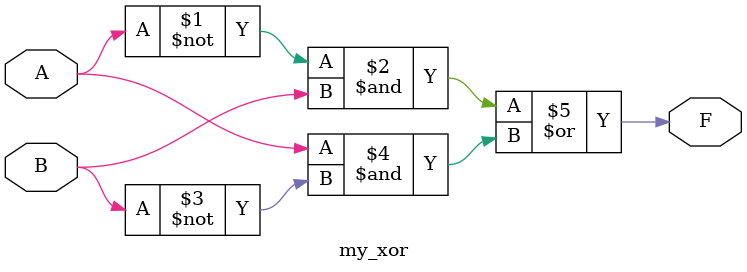
<source format=v>
`timescale 1ns / 1ps


module my_xor(
    output F,
    input A,
    input B
    );
    assign F=~A & B | A & ~B;
endmodule

</source>
